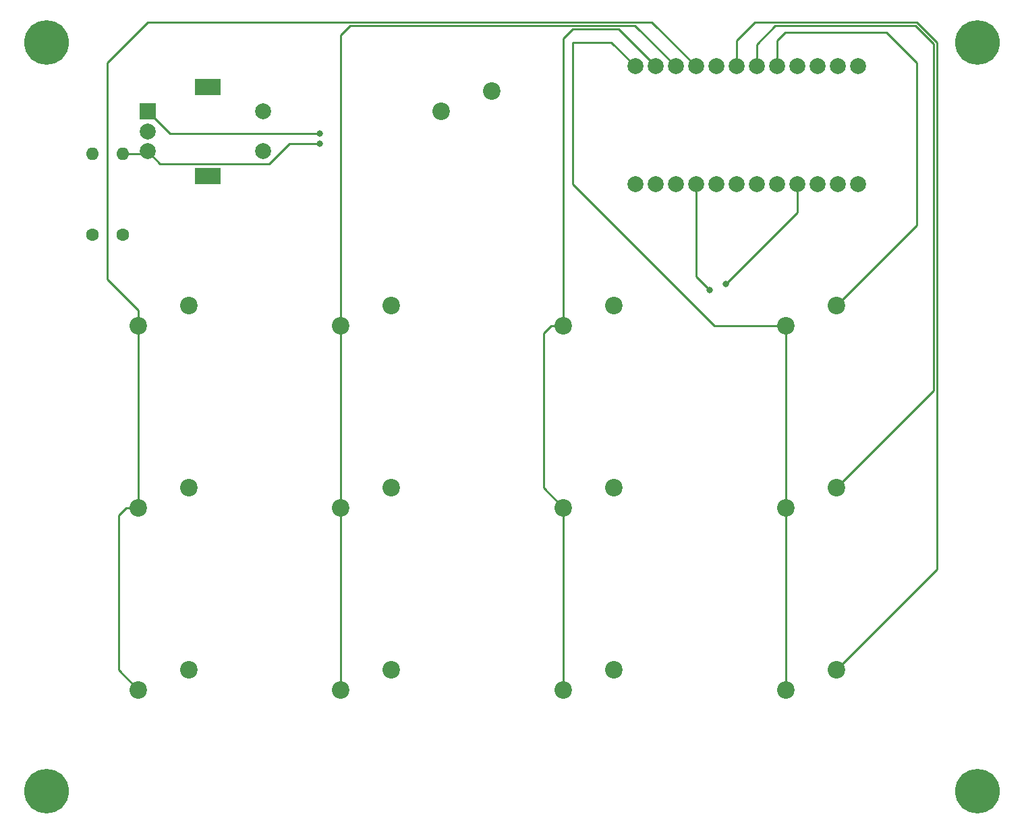
<source format=gbr>
%TF.GenerationSoftware,KiCad,Pcbnew,(6.0.0)*%
%TF.CreationDate,2022-02-08T13:18:20+01:00*%
%TF.ProjectId,hotkeyboard,686f746b-6579-4626-9f61-72642e6b6963,rev?*%
%TF.SameCoordinates,Original*%
%TF.FileFunction,Copper,L2,Bot*%
%TF.FilePolarity,Positive*%
%FSLAX46Y46*%
G04 Gerber Fmt 4.6, Leading zero omitted, Abs format (unit mm)*
G04 Created by KiCad (PCBNEW (6.0.0)) date 2022-02-08 13:18:20*
%MOMM*%
%LPD*%
G01*
G04 APERTURE LIST*
%TA.AperFunction,ComponentPad*%
%ADD10C,2.000000*%
%TD*%
%TA.AperFunction,ComponentPad*%
%ADD11C,5.600000*%
%TD*%
%TA.AperFunction,ComponentPad*%
%ADD12C,2.200000*%
%TD*%
%TA.AperFunction,ComponentPad*%
%ADD13C,1.600000*%
%TD*%
%TA.AperFunction,ComponentPad*%
%ADD14O,1.600000X1.600000*%
%TD*%
%TA.AperFunction,ComponentPad*%
%ADD15R,2.000000X2.000000*%
%TD*%
%TA.AperFunction,ComponentPad*%
%ADD16R,3.200000X2.000000*%
%TD*%
%TA.AperFunction,ViaPad*%
%ADD17C,0.800000*%
%TD*%
%TA.AperFunction,Conductor*%
%ADD18C,0.250000*%
%TD*%
G04 APERTURE END LIST*
D10*
%TO.P,U1,0,TX0*%
%TO.N,buttonencoder*%
X147515000Y-30945000D03*
%TO.P,U1,1,RX1*%
%TO.N,caseswitch*%
X144975000Y-30945000D03*
%TO.P,U1,2,2*%
%TO.N,row 1*%
X137355000Y-30945000D03*
%TO.P,U1,3,3*%
%TO.N,row 2*%
X134815000Y-30945000D03*
%TO.P,U1,4,4*%
%TO.N,row 3*%
X132275000Y-30945000D03*
%TO.P,U1,5,5*%
%TO.N,unconnected-(U1-Pad5)*%
X129735000Y-30945000D03*
%TO.P,U1,6,6*%
%TO.N,col 1*%
X127195000Y-30945000D03*
%TO.P,U1,7,7*%
%TO.N,col 2*%
X124655000Y-30945000D03*
%TO.P,U1,8,8*%
%TO.N,col 3*%
X122115000Y-30945000D03*
%TO.P,U1,9,9*%
%TO.N,col 4*%
X119575000Y-30945000D03*
%TO.P,U1,10,10*%
%TO.N,unconnected-(U1-Pad10)*%
X119575000Y-45795000D03*
%TO.P,U1,14,14*%
%TO.N,dt*%
X124655000Y-45795000D03*
%TO.P,U1,15,15*%
%TO.N,neopixel*%
X127195000Y-45795000D03*
%TO.P,U1,16,16*%
%TO.N,clk*%
X122115000Y-45795000D03*
%TO.P,U1,A0*%
%TO.N,N/C*%
X129735000Y-45795000D03*
%TO.P,U1,A1*%
X132275000Y-45795000D03*
%TO.P,U1,A2*%
X134815000Y-45795000D03*
%TO.P,U1,A3*%
X137355000Y-45795000D03*
%TO.P,U1,GND*%
%TO.N,GND*%
X139895000Y-30945000D03*
X142435000Y-30945000D03*
X144975000Y-45795000D03*
%TO.P,U1,RAW*%
%TO.N,N/C*%
X147515000Y-45795000D03*
%TO.P,U1,RST*%
X142435000Y-45795000D03*
%TO.P,U1,VCC*%
%TO.N,+5V*%
X139895000Y-45795000D03*
%TD*%
D11*
%TO.P,REF\u002A\u002A,1*%
%TO.N,N/C*%
X45720000Y-27940000D03*
%TD*%
%TO.P,,1*%
%TO.N,N/C*%
X162560000Y-27940000D03*
%TD*%
%TO.P,REF\u002A\u002A,1*%
%TO.N,N/C*%
X162560000Y-121920000D03*
%TD*%
%TO.P,REF\u002A\u002A,1*%
%TO.N,N/C*%
X45720000Y-121920000D03*
%TD*%
D12*
%TO.P,,1,1*%
%TO.N,row 3*%
X63590000Y-106680000D03*
%TO.P,,2,2*%
%TO.N,col 1*%
X57240000Y-109220000D03*
%TD*%
%TO.P,,1,1*%
%TO.N,row 1*%
X116930000Y-60960000D03*
%TO.P,,2,2*%
%TO.N,col 3*%
X110580000Y-63500000D03*
%TD*%
%TO.P,,1,1*%
%TO.N,row 2*%
X63590000Y-83820000D03*
%TO.P,,2,2*%
%TO.N,col 1*%
X57240000Y-86360000D03*
%TD*%
%TO.P,SW2,1,1*%
%TO.N,GND*%
X101600000Y-34055000D03*
%TO.P,SW2,2,2*%
%TO.N,caseswitch*%
X95250000Y-36595000D03*
%TD*%
%TO.P,,1,1*%
%TO.N,row 2*%
X144870000Y-83820000D03*
%TO.P,,2,2*%
%TO.N,col 4*%
X138520000Y-86360000D03*
%TD*%
%TO.P,,1,1*%
%TO.N,row 1*%
X63590000Y-60960000D03*
%TO.P,,2,2*%
%TO.N,col 1*%
X57240000Y-63500000D03*
%TD*%
D13*
%TO.P,R1,1*%
%TO.N,+5V*%
X55245000Y-52070000D03*
D14*
%TO.P,R1,2*%
%TO.N,dt*%
X55245000Y-41910000D03*
%TD*%
D13*
%TO.P,R2,1*%
%TO.N,+5V*%
X51435000Y-52070000D03*
D14*
%TO.P,R2,2*%
%TO.N,clk*%
X51435000Y-41910000D03*
%TD*%
D12*
%TO.P,,1,1*%
%TO.N,row 2*%
X116930000Y-83820000D03*
%TO.P,,2,2*%
%TO.N,col 3*%
X110580000Y-86360000D03*
%TD*%
%TO.P,,1,1*%
%TO.N,row 1*%
X88990000Y-60960000D03*
%TO.P,,2,2*%
%TO.N,col 2*%
X82640000Y-63500000D03*
%TD*%
%TO.P,,1,1*%
%TO.N,row 3*%
X88990000Y-106680000D03*
%TO.P,,2,2*%
%TO.N,col 2*%
X82640000Y-109220000D03*
%TD*%
%TO.P,,1,1*%
%TO.N,row 3*%
X144870000Y-106680000D03*
%TO.P,,2,2*%
%TO.N,col 4*%
X138520000Y-109220000D03*
%TD*%
D15*
%TO.P,SW1,A,A*%
%TO.N,clk*%
X58420000Y-36635000D03*
D10*
%TO.P,SW1,B,B*%
%TO.N,dt*%
X58420000Y-41635000D03*
%TO.P,SW1,C,C*%
%TO.N,GND*%
X58420000Y-39135000D03*
D16*
%TO.P,SW1,MP*%
%TO.N,N/C*%
X65920000Y-44735000D03*
X65920000Y-33535000D03*
D10*
%TO.P,SW1,S1,S1*%
%TO.N,GND*%
X72920000Y-41635000D03*
%TO.P,SW1,S2,S2*%
%TO.N,buttonencoder*%
X72920000Y-36635000D03*
%TD*%
D12*
%TO.P,,1,1*%
%TO.N,row 1*%
X144870000Y-60960000D03*
%TO.P,,2,2*%
%TO.N,col 4*%
X138520000Y-63500000D03*
%TD*%
%TO.P,,1,1*%
%TO.N,row 3*%
X116930000Y-106680000D03*
%TO.P,,2,2*%
%TO.N,col 3*%
X110580000Y-109220000D03*
%TD*%
%TO.P,,1,1*%
%TO.N,row 2*%
X88990000Y-83820000D03*
%TO.P,,2,2*%
%TO.N,col 2*%
X82640000Y-86360000D03*
%TD*%
D17*
%TO.N,dt*%
X80010000Y-40640000D03*
%TO.N,clk*%
X80010000Y-39370000D03*
%TO.N,+5V*%
X130925489Y-58304511D03*
%TO.N,neopixel*%
X128905000Y-59029011D03*
%TD*%
D18*
%TO.N,dt*%
X73660000Y-43180000D02*
X59965000Y-43180000D01*
X59965000Y-43180000D02*
X58420000Y-41635000D01*
X76200000Y-40640000D02*
X73660000Y-43180000D01*
X80010000Y-40640000D02*
X76200000Y-40640000D01*
X58145000Y-41910000D02*
X58420000Y-41635000D01*
X55245000Y-41910000D02*
X58145000Y-41910000D01*
%TO.N,clk*%
X80010000Y-39370000D02*
X61155000Y-39370000D01*
X61155000Y-39370000D02*
X58420000Y-36635000D01*
%TO.N,+5V*%
X139895000Y-49335000D02*
X130925489Y-58304511D01*
X139895000Y-45795000D02*
X139895000Y-49335000D01*
%TO.N,neopixel*%
X127195000Y-57319011D02*
X127195000Y-45795000D01*
X128905000Y-59029011D02*
X127195000Y-57319011D01*
%TO.N,row 1*%
X138430000Y-26670000D02*
X137355000Y-27745000D01*
X151130000Y-26670000D02*
X138430000Y-26670000D01*
X144870000Y-60960000D02*
X154940000Y-50890000D01*
X154940000Y-50890000D02*
X154940000Y-30480000D01*
X154940000Y-30480000D02*
X151130000Y-26670000D01*
X137355000Y-27745000D02*
X137355000Y-30945000D01*
%TO.N,row 2*%
X134815000Y-28194520D02*
X134815000Y-30945000D01*
X157030480Y-71659520D02*
X157030480Y-28126198D01*
X154753802Y-25849520D02*
X137160000Y-25849520D01*
X157030480Y-28126198D02*
X154753802Y-25849520D01*
X144870000Y-83820000D02*
X157030480Y-71659520D01*
X137160000Y-25849520D02*
X134815000Y-28194520D01*
%TO.N,row 3*%
X144870000Y-106680000D02*
X157480000Y-94070000D01*
X157480000Y-94070000D02*
X157480000Y-27940000D01*
X154940000Y-25400000D02*
X134620000Y-25400000D01*
X134620000Y-25400000D02*
X132275000Y-27745000D01*
X157480000Y-27940000D02*
X154940000Y-25400000D01*
X132275000Y-27745000D02*
X132275000Y-30945000D01*
%TO.N,col 1*%
X53340000Y-30480000D02*
X53340000Y-57695000D01*
X53340000Y-57695000D02*
X57240000Y-61595000D01*
X121650000Y-25400000D02*
X58420000Y-25400000D01*
X57240000Y-63500000D02*
X57240000Y-86360000D01*
X57240000Y-86360000D02*
X55684366Y-86360000D01*
X58420000Y-25400000D02*
X53340000Y-30480000D01*
X54745479Y-87298887D02*
X54745479Y-106725479D01*
X57240000Y-61595000D02*
X57240000Y-63500000D01*
X55684366Y-86360000D02*
X54745479Y-87298887D01*
X127195000Y-30945000D02*
X121650000Y-25400000D01*
X54745479Y-106725479D02*
X57240000Y-109220000D01*
%TO.N,col 2*%
X82640000Y-63500000D02*
X82640000Y-86360000D01*
X83820000Y-25849520D02*
X119559520Y-25849520D01*
X82640000Y-63500000D02*
X82640000Y-27029520D01*
X119559520Y-25849520D02*
X124655000Y-30945000D01*
X82640000Y-27029520D02*
X83820000Y-25849520D01*
X82640000Y-86360000D02*
X82640000Y-109220000D01*
%TO.N,col 3*%
X110580000Y-63500000D02*
X109024366Y-63500000D01*
X109024366Y-63500000D02*
X108085479Y-64438887D01*
X108085479Y-83865479D02*
X110580000Y-86360000D01*
X117469040Y-26299040D02*
X122115000Y-30945000D01*
X110580000Y-86360000D02*
X110580000Y-109220000D01*
X111760000Y-26299040D02*
X117469040Y-26299040D01*
X108085479Y-64438887D02*
X108085479Y-83865479D01*
X110580000Y-63500000D02*
X110580000Y-27479040D01*
X110580000Y-27479040D02*
X111760000Y-26299040D01*
%TO.N,col 4*%
X129540000Y-63500000D02*
X111760000Y-45720000D01*
X138520000Y-86360000D02*
X138520000Y-109220000D01*
X138520000Y-63500000D02*
X138520000Y-86360000D01*
X138520000Y-63500000D02*
X129540000Y-63500000D01*
X111760000Y-27940000D02*
X116570000Y-27940000D01*
X116570000Y-27940000D02*
X119575000Y-30945000D01*
X111760000Y-45720000D02*
X111760000Y-27940000D01*
%TD*%
M02*

</source>
